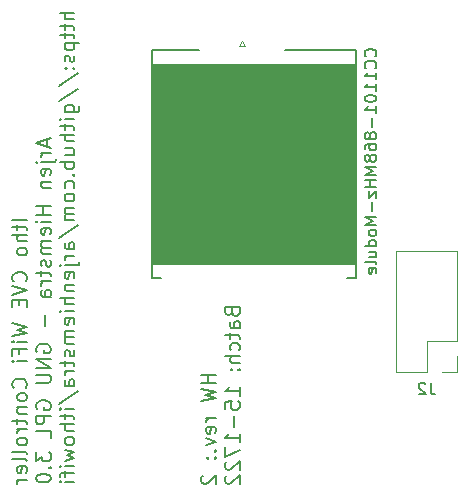
<source format=gbo>
G04 #@! TF.GenerationSoftware,KiCad,Pcbnew,(6.0.1-0)*
G04 #@! TF.CreationDate,2022-04-29T09:19:27+02:00*
G04 #@! TF.ProjectId,ithowifi_4l,6974686f-7769-4666-995f-346c2e6b6963,rev?*
G04 #@! TF.SameCoordinates,Original*
G04 #@! TF.FileFunction,Legend,Bot*
G04 #@! TF.FilePolarity,Positive*
%FSLAX46Y46*%
G04 Gerber Fmt 4.6, Leading zero omitted, Abs format (unit mm)*
G04 Created by KiCad (PCBNEW (6.0.1-0)) date 2022-04-29 09:19:27*
%MOMM*%
%LPD*%
G01*
G04 APERTURE LIST*
%ADD10C,0.100000*%
%ADD11C,0.200000*%
%ADD12C,0.150000*%
%ADD13C,0.120000*%
G04 APERTURE END LIST*
D10*
X114808000Y-129997200D02*
X97561400Y-129997200D01*
X97561400Y-129997200D02*
X97536000Y-113030000D01*
X97536000Y-113030000D02*
X114808000Y-113030000D01*
X114808000Y-113030000D02*
X114808000Y-129997200D01*
G36*
X114808000Y-129997200D02*
G01*
X97561400Y-129997200D01*
X97536000Y-113030000D01*
X114808000Y-113030000D01*
X114808000Y-129997200D01*
G37*
X114808000Y-129997200D02*
X97561400Y-129997200D01*
X97536000Y-113030000D01*
X114808000Y-113030000D01*
X114808000Y-129997200D01*
D11*
X86949606Y-126226666D02*
X85703606Y-126226666D01*
X86118940Y-126642000D02*
X86118940Y-127116666D01*
X85703606Y-126820000D02*
X86771606Y-126820000D01*
X86890273Y-126879333D01*
X86949606Y-126998000D01*
X86949606Y-127116666D01*
X86949606Y-127532000D02*
X85703606Y-127532000D01*
X86949606Y-128066000D02*
X86296940Y-128066000D01*
X86178273Y-128006666D01*
X86118940Y-127888000D01*
X86118940Y-127710000D01*
X86178273Y-127591333D01*
X86237606Y-127532000D01*
X86949606Y-128837333D02*
X86890273Y-128718666D01*
X86830940Y-128659333D01*
X86712273Y-128600000D01*
X86356273Y-128600000D01*
X86237606Y-128659333D01*
X86178273Y-128718666D01*
X86118940Y-128837333D01*
X86118940Y-129015333D01*
X86178273Y-129134000D01*
X86237606Y-129193333D01*
X86356273Y-129252666D01*
X86712273Y-129252666D01*
X86830940Y-129193333D01*
X86890273Y-129134000D01*
X86949606Y-129015333D01*
X86949606Y-128837333D01*
X86830940Y-131448000D02*
X86890273Y-131388666D01*
X86949606Y-131210666D01*
X86949606Y-131092000D01*
X86890273Y-130914000D01*
X86771606Y-130795333D01*
X86652940Y-130736000D01*
X86415606Y-130676666D01*
X86237606Y-130676666D01*
X86000273Y-130736000D01*
X85881606Y-130795333D01*
X85762940Y-130914000D01*
X85703606Y-131092000D01*
X85703606Y-131210666D01*
X85762940Y-131388666D01*
X85822273Y-131448000D01*
X85703606Y-131804000D02*
X86949606Y-132219333D01*
X85703606Y-132634666D01*
X86296940Y-133049999D02*
X86296940Y-133465333D01*
X86949606Y-133643333D02*
X86949606Y-133049999D01*
X85703606Y-133049999D01*
X85703606Y-133643333D01*
X85703606Y-135008000D02*
X86949606Y-135304666D01*
X86059606Y-135542000D01*
X86949606Y-135779333D01*
X85703606Y-136076000D01*
X86949606Y-136550666D02*
X86118940Y-136550666D01*
X85703606Y-136550666D02*
X85762940Y-136491333D01*
X85822273Y-136550666D01*
X85762940Y-136610000D01*
X85703606Y-136550666D01*
X85822273Y-136550666D01*
X86296940Y-137559333D02*
X86296940Y-137144000D01*
X86949606Y-137144000D02*
X85703606Y-137144000D01*
X85703606Y-137737333D01*
X86949606Y-138212000D02*
X86118940Y-138212000D01*
X85703606Y-138212000D02*
X85762940Y-138152666D01*
X85822273Y-138212000D01*
X85762940Y-138271333D01*
X85703606Y-138212000D01*
X85822273Y-138212000D01*
X86830940Y-140466666D02*
X86890273Y-140407333D01*
X86949606Y-140229333D01*
X86949606Y-140110666D01*
X86890273Y-139932666D01*
X86771606Y-139814000D01*
X86652940Y-139754666D01*
X86415606Y-139695333D01*
X86237606Y-139695333D01*
X86000273Y-139754666D01*
X85881606Y-139814000D01*
X85762940Y-139932666D01*
X85703606Y-140110666D01*
X85703606Y-140229333D01*
X85762940Y-140407333D01*
X85822273Y-140466666D01*
X86949606Y-141178666D02*
X86890273Y-141060000D01*
X86830940Y-141000666D01*
X86712273Y-140941333D01*
X86356273Y-140941333D01*
X86237606Y-141000666D01*
X86178273Y-141060000D01*
X86118940Y-141178666D01*
X86118940Y-141356666D01*
X86178273Y-141475333D01*
X86237606Y-141534666D01*
X86356273Y-141594000D01*
X86712273Y-141594000D01*
X86830940Y-141534666D01*
X86890273Y-141475333D01*
X86949606Y-141356666D01*
X86949606Y-141178666D01*
X86118940Y-142128000D02*
X86949606Y-142128000D01*
X86237606Y-142128000D02*
X86178273Y-142187333D01*
X86118940Y-142306000D01*
X86118940Y-142484000D01*
X86178273Y-142602666D01*
X86296940Y-142662000D01*
X86949606Y-142662000D01*
X86118940Y-143077333D02*
X86118940Y-143552000D01*
X85703606Y-143255333D02*
X86771606Y-143255333D01*
X86890273Y-143314666D01*
X86949606Y-143433333D01*
X86949606Y-143552000D01*
X86949606Y-143967333D02*
X86118940Y-143967333D01*
X86356273Y-143967333D02*
X86237606Y-144026666D01*
X86178273Y-144086000D01*
X86118940Y-144204666D01*
X86118940Y-144323333D01*
X86949606Y-144916666D02*
X86890273Y-144798000D01*
X86830940Y-144738666D01*
X86712273Y-144679333D01*
X86356273Y-144679333D01*
X86237606Y-144738666D01*
X86178273Y-144798000D01*
X86118940Y-144916666D01*
X86118940Y-145094666D01*
X86178273Y-145213333D01*
X86237606Y-145272666D01*
X86356273Y-145332000D01*
X86712273Y-145332000D01*
X86830940Y-145272666D01*
X86890273Y-145213333D01*
X86949606Y-145094666D01*
X86949606Y-144916666D01*
X86949606Y-146044000D02*
X86890273Y-145925333D01*
X86771606Y-145866000D01*
X85703606Y-145866000D01*
X86949606Y-146696666D02*
X86890273Y-146578000D01*
X86771606Y-146518666D01*
X85703606Y-146518666D01*
X86890273Y-147646000D02*
X86949606Y-147527333D01*
X86949606Y-147290000D01*
X86890273Y-147171333D01*
X86771606Y-147112000D01*
X86296940Y-147112000D01*
X86178273Y-147171333D01*
X86118940Y-147290000D01*
X86118940Y-147527333D01*
X86178273Y-147646000D01*
X86296940Y-147705333D01*
X86415606Y-147705333D01*
X86534273Y-147112000D01*
X86949606Y-148239333D02*
X86118940Y-148239333D01*
X86356273Y-148239333D02*
X86237606Y-148298666D01*
X86178273Y-148358000D01*
X86118940Y-148476666D01*
X86118940Y-148595333D01*
X88599666Y-119462666D02*
X88599666Y-120056000D01*
X88955666Y-119344000D02*
X87709666Y-119759333D01*
X88955666Y-120174666D01*
X88955666Y-120590000D02*
X88125000Y-120590000D01*
X88362333Y-120590000D02*
X88243666Y-120649333D01*
X88184333Y-120708666D01*
X88125000Y-120827333D01*
X88125000Y-120946000D01*
X88125000Y-121361333D02*
X89193000Y-121361333D01*
X89311666Y-121302000D01*
X89371000Y-121183333D01*
X89371000Y-121124000D01*
X87709666Y-121361333D02*
X87769000Y-121302000D01*
X87828333Y-121361333D01*
X87769000Y-121420666D01*
X87709666Y-121361333D01*
X87828333Y-121361333D01*
X88896333Y-122429333D02*
X88955666Y-122310666D01*
X88955666Y-122073333D01*
X88896333Y-121954666D01*
X88777666Y-121895333D01*
X88303000Y-121895333D01*
X88184333Y-121954666D01*
X88125000Y-122073333D01*
X88125000Y-122310666D01*
X88184333Y-122429333D01*
X88303000Y-122488666D01*
X88421666Y-122488666D01*
X88540333Y-121895333D01*
X88125000Y-123022666D02*
X88955666Y-123022666D01*
X88243666Y-123022666D02*
X88184333Y-123082000D01*
X88125000Y-123200666D01*
X88125000Y-123378666D01*
X88184333Y-123497333D01*
X88303000Y-123556666D01*
X88955666Y-123556666D01*
X88955666Y-125099333D02*
X87709666Y-125099333D01*
X88303000Y-125099333D02*
X88303000Y-125811333D01*
X88955666Y-125811333D02*
X87709666Y-125811333D01*
X88955666Y-126404666D02*
X88125000Y-126404666D01*
X87709666Y-126404666D02*
X87769000Y-126345333D01*
X87828333Y-126404666D01*
X87769000Y-126464000D01*
X87709666Y-126404666D01*
X87828333Y-126404666D01*
X88896333Y-127472666D02*
X88955666Y-127354000D01*
X88955666Y-127116666D01*
X88896333Y-126998000D01*
X88777666Y-126938666D01*
X88303000Y-126938666D01*
X88184333Y-126998000D01*
X88125000Y-127116666D01*
X88125000Y-127354000D01*
X88184333Y-127472666D01*
X88303000Y-127532000D01*
X88421666Y-127532000D01*
X88540333Y-126938666D01*
X88955666Y-128066000D02*
X88125000Y-128066000D01*
X88243666Y-128066000D02*
X88184333Y-128125333D01*
X88125000Y-128244000D01*
X88125000Y-128422000D01*
X88184333Y-128540666D01*
X88303000Y-128600000D01*
X88955666Y-128600000D01*
X88303000Y-128600000D02*
X88184333Y-128659333D01*
X88125000Y-128778000D01*
X88125000Y-128956000D01*
X88184333Y-129074666D01*
X88303000Y-129134000D01*
X88955666Y-129134000D01*
X88896333Y-129667999D02*
X88955666Y-129786666D01*
X88955666Y-130023999D01*
X88896333Y-130142666D01*
X88777666Y-130201999D01*
X88718333Y-130201999D01*
X88599666Y-130142666D01*
X88540333Y-130023999D01*
X88540333Y-129845999D01*
X88481000Y-129727333D01*
X88362333Y-129667999D01*
X88303000Y-129667999D01*
X88184333Y-129727333D01*
X88125000Y-129845999D01*
X88125000Y-130023999D01*
X88184333Y-130142666D01*
X88125000Y-130558000D02*
X88125000Y-131032666D01*
X87709666Y-130736000D02*
X88777666Y-130736000D01*
X88896333Y-130795333D01*
X88955666Y-130914000D01*
X88955666Y-131032666D01*
X88955666Y-131448000D02*
X88125000Y-131448000D01*
X88362333Y-131448000D02*
X88243666Y-131507333D01*
X88184333Y-131566666D01*
X88125000Y-131685333D01*
X88125000Y-131804000D01*
X88955666Y-132753333D02*
X88303000Y-132753333D01*
X88184333Y-132693999D01*
X88125000Y-132575333D01*
X88125000Y-132337999D01*
X88184333Y-132219333D01*
X88896333Y-132753333D02*
X88955666Y-132634666D01*
X88955666Y-132337999D01*
X88896333Y-132219333D01*
X88777666Y-132159999D01*
X88659000Y-132159999D01*
X88540333Y-132219333D01*
X88481000Y-132337999D01*
X88481000Y-132634666D01*
X88421666Y-132753333D01*
X88481000Y-134296000D02*
X88481000Y-135245333D01*
X87769000Y-137440666D02*
X87709666Y-137322000D01*
X87709666Y-137144000D01*
X87769000Y-136966000D01*
X87887666Y-136847333D01*
X88006333Y-136788000D01*
X88243666Y-136728666D01*
X88421666Y-136728666D01*
X88659000Y-136788000D01*
X88777666Y-136847333D01*
X88896333Y-136966000D01*
X88955666Y-137144000D01*
X88955666Y-137262666D01*
X88896333Y-137440666D01*
X88837000Y-137500000D01*
X88421666Y-137500000D01*
X88421666Y-137262666D01*
X88955666Y-138034000D02*
X87709666Y-138034000D01*
X88955666Y-138746000D01*
X87709666Y-138746000D01*
X87709666Y-139339333D02*
X88718333Y-139339333D01*
X88837000Y-139398666D01*
X88896333Y-139458000D01*
X88955666Y-139576666D01*
X88955666Y-139814000D01*
X88896333Y-139932666D01*
X88837000Y-139992000D01*
X88718333Y-140051333D01*
X87709666Y-140051333D01*
X87769000Y-142246666D02*
X87709666Y-142128000D01*
X87709666Y-141950000D01*
X87769000Y-141772000D01*
X87887666Y-141653333D01*
X88006333Y-141594000D01*
X88243666Y-141534666D01*
X88421666Y-141534666D01*
X88659000Y-141594000D01*
X88777666Y-141653333D01*
X88896333Y-141772000D01*
X88955666Y-141950000D01*
X88955666Y-142068666D01*
X88896333Y-142246666D01*
X88837000Y-142306000D01*
X88421666Y-142306000D01*
X88421666Y-142068666D01*
X88955666Y-142840000D02*
X87709666Y-142840000D01*
X87709666Y-143314666D01*
X87769000Y-143433333D01*
X87828333Y-143492666D01*
X87947000Y-143552000D01*
X88125000Y-143552000D01*
X88243666Y-143492666D01*
X88303000Y-143433333D01*
X88362333Y-143314666D01*
X88362333Y-142840000D01*
X88955666Y-144679333D02*
X88955666Y-144086000D01*
X87709666Y-144086000D01*
X87709666Y-145925333D02*
X87709666Y-146696666D01*
X88184333Y-146281333D01*
X88184333Y-146459333D01*
X88243666Y-146578000D01*
X88303000Y-146637333D01*
X88421666Y-146696666D01*
X88718333Y-146696666D01*
X88837000Y-146637333D01*
X88896333Y-146578000D01*
X88955666Y-146459333D01*
X88955666Y-146103333D01*
X88896333Y-145984666D01*
X88837000Y-145925333D01*
X88837000Y-147230666D02*
X88896333Y-147290000D01*
X88955666Y-147230666D01*
X88896333Y-147171333D01*
X88837000Y-147230666D01*
X88955666Y-147230666D01*
X87709666Y-148061333D02*
X87709666Y-148180000D01*
X87769000Y-148298666D01*
X87828333Y-148357999D01*
X87947000Y-148417333D01*
X88184333Y-148476666D01*
X88481000Y-148476666D01*
X88718333Y-148417333D01*
X88837000Y-148358000D01*
X88896333Y-148298666D01*
X88955666Y-148180000D01*
X88955666Y-148061333D01*
X88896333Y-147942666D01*
X88837000Y-147883333D01*
X88718333Y-147824000D01*
X88481000Y-147764666D01*
X88184333Y-147764666D01*
X87947000Y-147824000D01*
X87828333Y-147883333D01*
X87769000Y-147942666D01*
X87709666Y-148061333D01*
X90961726Y-108723333D02*
X89715726Y-108723333D01*
X90961726Y-109257333D02*
X90309060Y-109257333D01*
X90190393Y-109198000D01*
X90131060Y-109079333D01*
X90131060Y-108901333D01*
X90190393Y-108782666D01*
X90249726Y-108723333D01*
X90131060Y-109672666D02*
X90131060Y-110147333D01*
X89715726Y-109850666D02*
X90783726Y-109850666D01*
X90902393Y-109910000D01*
X90961726Y-110028666D01*
X90961726Y-110147333D01*
X90131060Y-110384666D02*
X90131060Y-110859333D01*
X89715726Y-110562666D02*
X90783726Y-110562666D01*
X90902393Y-110622000D01*
X90961726Y-110740666D01*
X90961726Y-110859333D01*
X90131060Y-111274666D02*
X91377060Y-111274666D01*
X90190393Y-111274666D02*
X90131060Y-111393333D01*
X90131060Y-111630666D01*
X90190393Y-111749333D01*
X90249726Y-111808666D01*
X90368393Y-111868000D01*
X90724393Y-111868000D01*
X90843060Y-111808666D01*
X90902393Y-111749333D01*
X90961726Y-111630666D01*
X90961726Y-111393333D01*
X90902393Y-111274666D01*
X90902393Y-112342666D02*
X90961726Y-112461333D01*
X90961726Y-112698666D01*
X90902393Y-112817333D01*
X90783726Y-112876666D01*
X90724393Y-112876666D01*
X90605726Y-112817333D01*
X90546393Y-112698666D01*
X90546393Y-112520666D01*
X90487060Y-112402000D01*
X90368393Y-112342666D01*
X90309060Y-112342666D01*
X90190393Y-112402000D01*
X90131060Y-112520666D01*
X90131060Y-112698666D01*
X90190393Y-112817333D01*
X90843060Y-113410666D02*
X90902393Y-113470000D01*
X90961726Y-113410666D01*
X90902393Y-113351333D01*
X90843060Y-113410666D01*
X90961726Y-113410666D01*
X90190393Y-113410666D02*
X90249726Y-113470000D01*
X90309060Y-113410666D01*
X90249726Y-113351333D01*
X90190393Y-113410666D01*
X90309060Y-113410666D01*
X89656393Y-114894000D02*
X91258393Y-113826000D01*
X89656393Y-116199333D02*
X91258393Y-115131333D01*
X90131060Y-117148666D02*
X91139726Y-117148666D01*
X91258393Y-117089333D01*
X91317726Y-117030000D01*
X91377060Y-116911333D01*
X91377060Y-116733333D01*
X91317726Y-116614666D01*
X90902393Y-117148666D02*
X90961726Y-117030000D01*
X90961726Y-116792666D01*
X90902393Y-116674000D01*
X90843060Y-116614666D01*
X90724393Y-116555333D01*
X90368393Y-116555333D01*
X90249726Y-116614666D01*
X90190393Y-116674000D01*
X90131060Y-116792666D01*
X90131060Y-117030000D01*
X90190393Y-117148666D01*
X90961726Y-117742000D02*
X90131060Y-117742000D01*
X89715726Y-117742000D02*
X89775060Y-117682666D01*
X89834393Y-117742000D01*
X89775060Y-117801333D01*
X89715726Y-117742000D01*
X89834393Y-117742000D01*
X90131060Y-118157333D02*
X90131060Y-118632000D01*
X89715726Y-118335333D02*
X90783726Y-118335333D01*
X90902393Y-118394666D01*
X90961726Y-118513333D01*
X90961726Y-118632000D01*
X90961726Y-119047333D02*
X89715726Y-119047333D01*
X90961726Y-119581333D02*
X90309060Y-119581333D01*
X90190393Y-119522000D01*
X90131060Y-119403333D01*
X90131060Y-119225333D01*
X90190393Y-119106666D01*
X90249726Y-119047333D01*
X90131060Y-120708666D02*
X90961726Y-120708666D01*
X90131060Y-120174666D02*
X90783726Y-120174666D01*
X90902393Y-120234000D01*
X90961726Y-120352666D01*
X90961726Y-120530666D01*
X90902393Y-120649333D01*
X90843060Y-120708666D01*
X90961726Y-121302000D02*
X89715726Y-121302000D01*
X90190393Y-121302000D02*
X90131060Y-121420666D01*
X90131060Y-121658000D01*
X90190393Y-121776666D01*
X90249726Y-121836000D01*
X90368393Y-121895333D01*
X90724393Y-121895333D01*
X90843060Y-121836000D01*
X90902393Y-121776666D01*
X90961726Y-121658000D01*
X90961726Y-121420666D01*
X90902393Y-121302000D01*
X90843060Y-122429333D02*
X90902393Y-122488666D01*
X90961726Y-122429333D01*
X90902393Y-122370000D01*
X90843060Y-122429333D01*
X90961726Y-122429333D01*
X90902393Y-123556666D02*
X90961726Y-123438000D01*
X90961726Y-123200666D01*
X90902393Y-123082000D01*
X90843060Y-123022666D01*
X90724393Y-122963333D01*
X90368393Y-122963333D01*
X90249726Y-123022666D01*
X90190393Y-123082000D01*
X90131060Y-123200666D01*
X90131060Y-123438000D01*
X90190393Y-123556666D01*
X90961726Y-124268666D02*
X90902393Y-124150000D01*
X90843060Y-124090666D01*
X90724393Y-124031333D01*
X90368393Y-124031333D01*
X90249726Y-124090666D01*
X90190393Y-124150000D01*
X90131060Y-124268666D01*
X90131060Y-124446666D01*
X90190393Y-124565333D01*
X90249726Y-124624666D01*
X90368393Y-124684000D01*
X90724393Y-124684000D01*
X90843060Y-124624666D01*
X90902393Y-124565333D01*
X90961726Y-124446666D01*
X90961726Y-124268666D01*
X90961726Y-125218000D02*
X90131060Y-125218000D01*
X90249726Y-125218000D02*
X90190393Y-125277333D01*
X90131060Y-125396000D01*
X90131060Y-125574000D01*
X90190393Y-125692666D01*
X90309060Y-125752000D01*
X90961726Y-125752000D01*
X90309060Y-125752000D02*
X90190393Y-125811333D01*
X90131060Y-125930000D01*
X90131060Y-126108000D01*
X90190393Y-126226666D01*
X90309060Y-126286000D01*
X90961726Y-126286000D01*
X89656393Y-127769333D02*
X91258393Y-126701333D01*
X90961726Y-128718666D02*
X90309060Y-128718666D01*
X90190393Y-128659333D01*
X90131060Y-128540666D01*
X90131060Y-128303333D01*
X90190393Y-128184666D01*
X90902393Y-128718666D02*
X90961726Y-128600000D01*
X90961726Y-128303333D01*
X90902393Y-128184666D01*
X90783726Y-128125333D01*
X90665060Y-128125333D01*
X90546393Y-128184666D01*
X90487060Y-128303333D01*
X90487060Y-128600000D01*
X90427726Y-128718666D01*
X90961726Y-129312000D02*
X90131060Y-129312000D01*
X90368393Y-129312000D02*
X90249726Y-129371333D01*
X90190393Y-129430666D01*
X90131060Y-129549333D01*
X90131060Y-129668000D01*
X90131060Y-130083333D02*
X91199060Y-130083333D01*
X91317726Y-130023999D01*
X91377060Y-129905333D01*
X91377060Y-129845999D01*
X89715726Y-130083333D02*
X89775060Y-130023999D01*
X89834393Y-130083333D01*
X89775060Y-130142666D01*
X89715726Y-130083333D01*
X89834393Y-130083333D01*
X90902393Y-131151333D02*
X90961726Y-131032666D01*
X90961726Y-130795333D01*
X90902393Y-130676666D01*
X90783726Y-130617333D01*
X90309060Y-130617333D01*
X90190393Y-130676666D01*
X90131060Y-130795333D01*
X90131060Y-131032666D01*
X90190393Y-131151333D01*
X90309060Y-131210666D01*
X90427726Y-131210666D01*
X90546393Y-130617333D01*
X90131060Y-131744666D02*
X90961726Y-131744666D01*
X90249726Y-131744666D02*
X90190393Y-131803999D01*
X90131060Y-131922666D01*
X90131060Y-132100666D01*
X90190393Y-132219333D01*
X90309060Y-132278666D01*
X90961726Y-132278666D01*
X90961726Y-132871999D02*
X89715726Y-132871999D01*
X90961726Y-133405999D02*
X90309060Y-133405999D01*
X90190393Y-133346666D01*
X90131060Y-133227999D01*
X90131060Y-133049999D01*
X90190393Y-132931333D01*
X90249726Y-132871999D01*
X90961726Y-133999333D02*
X90131060Y-133999333D01*
X89715726Y-133999333D02*
X89775060Y-133939999D01*
X89834393Y-133999333D01*
X89775060Y-134058666D01*
X89715726Y-133999333D01*
X89834393Y-133999333D01*
X90902393Y-135067333D02*
X90961726Y-134948666D01*
X90961726Y-134711333D01*
X90902393Y-134592666D01*
X90783726Y-134533333D01*
X90309060Y-134533333D01*
X90190393Y-134592666D01*
X90131060Y-134711333D01*
X90131060Y-134948666D01*
X90190393Y-135067333D01*
X90309060Y-135126666D01*
X90427726Y-135126666D01*
X90546393Y-134533333D01*
X90961726Y-135660666D02*
X90131060Y-135660666D01*
X90249726Y-135660666D02*
X90190393Y-135720000D01*
X90131060Y-135838666D01*
X90131060Y-136016666D01*
X90190393Y-136135333D01*
X90309060Y-136194666D01*
X90961726Y-136194666D01*
X90309060Y-136194666D02*
X90190393Y-136254000D01*
X90131060Y-136372666D01*
X90131060Y-136550666D01*
X90190393Y-136669333D01*
X90309060Y-136728666D01*
X90961726Y-136728666D01*
X90902393Y-137262666D02*
X90961726Y-137381333D01*
X90961726Y-137618666D01*
X90902393Y-137737333D01*
X90783726Y-137796666D01*
X90724393Y-137796666D01*
X90605726Y-137737333D01*
X90546393Y-137618666D01*
X90546393Y-137440666D01*
X90487060Y-137322000D01*
X90368393Y-137262666D01*
X90309060Y-137262666D01*
X90190393Y-137322000D01*
X90131060Y-137440666D01*
X90131060Y-137618666D01*
X90190393Y-137737333D01*
X90131060Y-138152666D02*
X90131060Y-138627333D01*
X89715726Y-138330666D02*
X90783726Y-138330666D01*
X90902393Y-138390000D01*
X90961726Y-138508666D01*
X90961726Y-138627333D01*
X90961726Y-139042666D02*
X90131060Y-139042666D01*
X90368393Y-139042666D02*
X90249726Y-139102000D01*
X90190393Y-139161333D01*
X90131060Y-139280000D01*
X90131060Y-139398666D01*
X90961726Y-140348000D02*
X90309060Y-140348000D01*
X90190393Y-140288666D01*
X90131060Y-140170000D01*
X90131060Y-139932666D01*
X90190393Y-139814000D01*
X90902393Y-140348000D02*
X90961726Y-140229333D01*
X90961726Y-139932666D01*
X90902393Y-139814000D01*
X90783726Y-139754666D01*
X90665060Y-139754666D01*
X90546393Y-139814000D01*
X90487060Y-139932666D01*
X90487060Y-140229333D01*
X90427726Y-140348000D01*
X89656393Y-141831333D02*
X91258393Y-140763333D01*
X90961726Y-142246666D02*
X90131060Y-142246666D01*
X89715726Y-142246666D02*
X89775060Y-142187333D01*
X89834393Y-142246666D01*
X89775060Y-142306000D01*
X89715726Y-142246666D01*
X89834393Y-142246666D01*
X90131060Y-142662000D02*
X90131060Y-143136666D01*
X89715726Y-142840000D02*
X90783726Y-142840000D01*
X90902393Y-142899333D01*
X90961726Y-143018000D01*
X90961726Y-143136666D01*
X90961726Y-143552000D02*
X89715726Y-143552000D01*
X90961726Y-144086000D02*
X90309060Y-144086000D01*
X90190393Y-144026666D01*
X90131060Y-143908000D01*
X90131060Y-143730000D01*
X90190393Y-143611333D01*
X90249726Y-143552000D01*
X90961726Y-144857333D02*
X90902393Y-144738666D01*
X90843060Y-144679333D01*
X90724393Y-144620000D01*
X90368393Y-144620000D01*
X90249726Y-144679333D01*
X90190393Y-144738666D01*
X90131060Y-144857333D01*
X90131060Y-145035333D01*
X90190393Y-145154000D01*
X90249726Y-145213333D01*
X90368393Y-145272666D01*
X90724393Y-145272666D01*
X90843060Y-145213333D01*
X90902393Y-145154000D01*
X90961726Y-145035333D01*
X90961726Y-144857333D01*
X90131060Y-145688000D02*
X90961726Y-145925333D01*
X90368393Y-146162666D01*
X90961726Y-146400000D01*
X90131060Y-146637333D01*
X90961726Y-147112000D02*
X90131060Y-147112000D01*
X89715726Y-147112000D02*
X89775060Y-147052666D01*
X89834393Y-147112000D01*
X89775060Y-147171333D01*
X89715726Y-147112000D01*
X89834393Y-147112000D01*
X90131060Y-147527333D02*
X90131060Y-148002000D01*
X90961726Y-147705333D02*
X89893726Y-147705333D01*
X89775060Y-147764666D01*
X89715726Y-147883333D01*
X89715726Y-148002000D01*
X90961726Y-148417333D02*
X90131060Y-148417333D01*
X89715726Y-148417333D02*
X89775060Y-148357999D01*
X89834393Y-148417333D01*
X89775060Y-148476666D01*
X89715726Y-148417333D01*
X89834393Y-148417333D01*
X102938636Y-139347666D02*
X101692636Y-139347666D01*
X102285970Y-139347666D02*
X102285970Y-140059666D01*
X102938636Y-140059666D02*
X101692636Y-140059666D01*
X101692636Y-140534333D02*
X102938636Y-140831000D01*
X102048636Y-141068333D01*
X102938636Y-141305666D01*
X101692636Y-141602333D01*
X102938636Y-143026333D02*
X102107970Y-143026333D01*
X102345303Y-143026333D02*
X102226636Y-143085666D01*
X102167303Y-143145000D01*
X102107970Y-143263666D01*
X102107970Y-143382333D01*
X102879303Y-144272333D02*
X102938636Y-144153666D01*
X102938636Y-143916333D01*
X102879303Y-143797666D01*
X102760636Y-143738333D01*
X102285970Y-143738333D01*
X102167303Y-143797666D01*
X102107970Y-143916333D01*
X102107970Y-144153666D01*
X102167303Y-144272333D01*
X102285970Y-144331666D01*
X102404636Y-144331666D01*
X102523303Y-143738333D01*
X102107970Y-144747000D02*
X102938636Y-145043666D01*
X102107970Y-145340333D01*
X102819970Y-145815000D02*
X102879303Y-145874333D01*
X102938636Y-145815000D01*
X102879303Y-145755666D01*
X102819970Y-145815000D01*
X102938636Y-145815000D01*
X102819970Y-146408333D02*
X102879303Y-146467666D01*
X102938636Y-146408333D01*
X102879303Y-146349000D01*
X102819970Y-146408333D01*
X102938636Y-146408333D01*
X102167303Y-146408333D02*
X102226636Y-146467666D01*
X102285970Y-146408333D01*
X102226636Y-146349000D01*
X102167303Y-146408333D01*
X102285970Y-146408333D01*
X101811303Y-147891666D02*
X101751970Y-147951000D01*
X101692636Y-148069666D01*
X101692636Y-148366333D01*
X101751970Y-148485000D01*
X101811303Y-148544333D01*
X101929970Y-148603666D01*
X102048636Y-148603666D01*
X102226636Y-148544333D01*
X102938636Y-147832333D01*
X102938636Y-148603666D01*
X104292030Y-134067000D02*
X104351363Y-134245000D01*
X104410696Y-134304333D01*
X104529363Y-134363666D01*
X104707363Y-134363666D01*
X104826030Y-134304333D01*
X104885363Y-134245000D01*
X104944696Y-134126333D01*
X104944696Y-133651666D01*
X103698696Y-133651666D01*
X103698696Y-134067000D01*
X103758030Y-134185666D01*
X103817363Y-134245000D01*
X103936030Y-134304333D01*
X104054696Y-134304333D01*
X104173363Y-134245000D01*
X104232696Y-134185666D01*
X104292030Y-134067000D01*
X104292030Y-133651666D01*
X104944696Y-135431666D02*
X104292030Y-135431666D01*
X104173363Y-135372333D01*
X104114030Y-135253666D01*
X104114030Y-135016333D01*
X104173363Y-134897666D01*
X104885363Y-135431666D02*
X104944696Y-135313000D01*
X104944696Y-135016333D01*
X104885363Y-134897666D01*
X104766696Y-134838333D01*
X104648030Y-134838333D01*
X104529363Y-134897666D01*
X104470030Y-135016333D01*
X104470030Y-135313000D01*
X104410696Y-135431666D01*
X104114030Y-135847000D02*
X104114030Y-136321666D01*
X103698696Y-136025000D02*
X104766696Y-136025000D01*
X104885363Y-136084333D01*
X104944696Y-136203000D01*
X104944696Y-136321666D01*
X104885363Y-137271000D02*
X104944696Y-137152333D01*
X104944696Y-136915000D01*
X104885363Y-136796333D01*
X104826030Y-136737000D01*
X104707363Y-136677666D01*
X104351363Y-136677666D01*
X104232696Y-136737000D01*
X104173363Y-136796333D01*
X104114030Y-136915000D01*
X104114030Y-137152333D01*
X104173363Y-137271000D01*
X104944696Y-137805000D02*
X103698696Y-137805000D01*
X104944696Y-138339000D02*
X104292030Y-138339000D01*
X104173363Y-138279666D01*
X104114030Y-138161000D01*
X104114030Y-137983000D01*
X104173363Y-137864333D01*
X104232696Y-137805000D01*
X104826030Y-138932333D02*
X104885363Y-138991666D01*
X104944696Y-138932333D01*
X104885363Y-138873000D01*
X104826030Y-138932333D01*
X104944696Y-138932333D01*
X104173363Y-138932333D02*
X104232696Y-138991666D01*
X104292030Y-138932333D01*
X104232696Y-138873000D01*
X104173363Y-138932333D01*
X104292030Y-138932333D01*
X104944696Y-141127666D02*
X104944696Y-140415666D01*
X104944696Y-140771666D02*
X103698696Y-140771666D01*
X103876696Y-140653000D01*
X103995363Y-140534333D01*
X104054696Y-140415666D01*
X103698696Y-142255000D02*
X103698696Y-141661666D01*
X104292030Y-141602333D01*
X104232696Y-141661666D01*
X104173363Y-141780333D01*
X104173363Y-142077000D01*
X104232696Y-142195666D01*
X104292030Y-142255000D01*
X104410696Y-142314333D01*
X104707363Y-142314333D01*
X104826030Y-142255000D01*
X104885363Y-142195666D01*
X104944696Y-142077000D01*
X104944696Y-141780333D01*
X104885363Y-141661666D01*
X104826030Y-141602333D01*
X104470030Y-142848333D02*
X104470030Y-143797666D01*
X104944696Y-145043666D02*
X104944696Y-144331666D01*
X104944696Y-144687666D02*
X103698696Y-144687666D01*
X103876696Y-144569000D01*
X103995363Y-144450333D01*
X104054696Y-144331666D01*
X103698696Y-145459000D02*
X103698696Y-146289666D01*
X104944696Y-145755666D01*
X103817363Y-146705000D02*
X103758030Y-146764333D01*
X103698696Y-146883000D01*
X103698696Y-147179666D01*
X103758030Y-147298333D01*
X103817363Y-147357666D01*
X103936030Y-147417000D01*
X104054696Y-147417000D01*
X104232696Y-147357666D01*
X104944696Y-146645666D01*
X104944696Y-147417000D01*
X103817363Y-147891666D02*
X103758030Y-147951000D01*
X103698696Y-148069666D01*
X103698696Y-148366333D01*
X103758030Y-148485000D01*
X103817363Y-148544333D01*
X103936030Y-148603666D01*
X104054696Y-148603666D01*
X104232696Y-148544333D01*
X104944696Y-147832333D01*
X104944696Y-148603666D01*
D12*
X121110333Y-140017380D02*
X121110333Y-140731666D01*
X121157952Y-140874523D01*
X121253190Y-140969761D01*
X121396047Y-141017380D01*
X121491285Y-141017380D01*
X120681761Y-140112619D02*
X120634142Y-140065000D01*
X120538904Y-140017380D01*
X120300809Y-140017380D01*
X120205571Y-140065000D01*
X120157952Y-140112619D01*
X120110333Y-140207857D01*
X120110333Y-140303095D01*
X120157952Y-140445952D01*
X120729380Y-141017380D01*
X120110333Y-141017380D01*
X116435142Y-112404047D02*
X116482761Y-112356428D01*
X116530380Y-112213571D01*
X116530380Y-112118333D01*
X116482761Y-111975476D01*
X116387523Y-111880238D01*
X116292285Y-111832619D01*
X116101809Y-111785000D01*
X115958952Y-111785000D01*
X115768476Y-111832619D01*
X115673238Y-111880238D01*
X115578000Y-111975476D01*
X115530380Y-112118333D01*
X115530380Y-112213571D01*
X115578000Y-112356428D01*
X115625619Y-112404047D01*
X116435142Y-113404047D02*
X116482761Y-113356428D01*
X116530380Y-113213571D01*
X116530380Y-113118333D01*
X116482761Y-112975476D01*
X116387523Y-112880238D01*
X116292285Y-112832619D01*
X116101809Y-112785000D01*
X115958952Y-112785000D01*
X115768476Y-112832619D01*
X115673238Y-112880238D01*
X115578000Y-112975476D01*
X115530380Y-113118333D01*
X115530380Y-113213571D01*
X115578000Y-113356428D01*
X115625619Y-113404047D01*
X116530380Y-114356428D02*
X116530380Y-113785000D01*
X116530380Y-114070714D02*
X115530380Y-114070714D01*
X115673238Y-113975476D01*
X115768476Y-113880238D01*
X115816095Y-113785000D01*
X116530380Y-115308809D02*
X116530380Y-114737380D01*
X116530380Y-115023095D02*
X115530380Y-115023095D01*
X115673238Y-114927857D01*
X115768476Y-114832619D01*
X115816095Y-114737380D01*
X115530380Y-115927857D02*
X115530380Y-116023095D01*
X115578000Y-116118333D01*
X115625619Y-116165952D01*
X115720857Y-116213571D01*
X115911333Y-116261190D01*
X116149428Y-116261190D01*
X116339904Y-116213571D01*
X116435142Y-116165952D01*
X116482761Y-116118333D01*
X116530380Y-116023095D01*
X116530380Y-115927857D01*
X116482761Y-115832619D01*
X116435142Y-115785000D01*
X116339904Y-115737380D01*
X116149428Y-115689761D01*
X115911333Y-115689761D01*
X115720857Y-115737380D01*
X115625619Y-115785000D01*
X115578000Y-115832619D01*
X115530380Y-115927857D01*
X116530380Y-117213571D02*
X116530380Y-116642142D01*
X116530380Y-116927857D02*
X115530380Y-116927857D01*
X115673238Y-116832619D01*
X115768476Y-116737380D01*
X115816095Y-116642142D01*
X116149428Y-117642142D02*
X116149428Y-118404047D01*
X115958952Y-119023095D02*
X115911333Y-118927857D01*
X115863714Y-118880238D01*
X115768476Y-118832619D01*
X115720857Y-118832619D01*
X115625619Y-118880238D01*
X115578000Y-118927857D01*
X115530380Y-119023095D01*
X115530380Y-119213571D01*
X115578000Y-119308809D01*
X115625619Y-119356428D01*
X115720857Y-119404047D01*
X115768476Y-119404047D01*
X115863714Y-119356428D01*
X115911333Y-119308809D01*
X115958952Y-119213571D01*
X115958952Y-119023095D01*
X116006571Y-118927857D01*
X116054190Y-118880238D01*
X116149428Y-118832619D01*
X116339904Y-118832619D01*
X116435142Y-118880238D01*
X116482761Y-118927857D01*
X116530380Y-119023095D01*
X116530380Y-119213571D01*
X116482761Y-119308809D01*
X116435142Y-119356428D01*
X116339904Y-119404047D01*
X116149428Y-119404047D01*
X116054190Y-119356428D01*
X116006571Y-119308809D01*
X115958952Y-119213571D01*
X115530380Y-120261190D02*
X115530380Y-120070714D01*
X115578000Y-119975476D01*
X115625619Y-119927857D01*
X115768476Y-119832619D01*
X115958952Y-119785000D01*
X116339904Y-119785000D01*
X116435142Y-119832619D01*
X116482761Y-119880238D01*
X116530380Y-119975476D01*
X116530380Y-120165952D01*
X116482761Y-120261190D01*
X116435142Y-120308809D01*
X116339904Y-120356428D01*
X116101809Y-120356428D01*
X116006571Y-120308809D01*
X115958952Y-120261190D01*
X115911333Y-120165952D01*
X115911333Y-119975476D01*
X115958952Y-119880238D01*
X116006571Y-119832619D01*
X116101809Y-119785000D01*
X115958952Y-120927857D02*
X115911333Y-120832619D01*
X115863714Y-120785000D01*
X115768476Y-120737380D01*
X115720857Y-120737380D01*
X115625619Y-120785000D01*
X115578000Y-120832619D01*
X115530380Y-120927857D01*
X115530380Y-121118333D01*
X115578000Y-121213571D01*
X115625619Y-121261190D01*
X115720857Y-121308809D01*
X115768476Y-121308809D01*
X115863714Y-121261190D01*
X115911333Y-121213571D01*
X115958952Y-121118333D01*
X115958952Y-120927857D01*
X116006571Y-120832619D01*
X116054190Y-120785000D01*
X116149428Y-120737380D01*
X116339904Y-120737380D01*
X116435142Y-120785000D01*
X116482761Y-120832619D01*
X116530380Y-120927857D01*
X116530380Y-121118333D01*
X116482761Y-121213571D01*
X116435142Y-121261190D01*
X116339904Y-121308809D01*
X116149428Y-121308809D01*
X116054190Y-121261190D01*
X116006571Y-121213571D01*
X115958952Y-121118333D01*
X116530380Y-121737380D02*
X115530380Y-121737380D01*
X116244666Y-122070714D01*
X115530380Y-122404047D01*
X116530380Y-122404047D01*
X116530380Y-122880238D02*
X115530380Y-122880238D01*
X116006571Y-122880238D02*
X116006571Y-123451666D01*
X116530380Y-123451666D02*
X115530380Y-123451666D01*
X115863714Y-123832619D02*
X115863714Y-124356428D01*
X116530380Y-123832619D01*
X116530380Y-124356428D01*
X116149428Y-124737380D02*
X116149428Y-125499285D01*
X116530380Y-125975476D02*
X115530380Y-125975476D01*
X116244666Y-126308809D01*
X115530380Y-126642142D01*
X116530380Y-126642142D01*
X116530380Y-127261190D02*
X116482761Y-127165952D01*
X116435142Y-127118333D01*
X116339904Y-127070714D01*
X116054190Y-127070714D01*
X115958952Y-127118333D01*
X115911333Y-127165952D01*
X115863714Y-127261190D01*
X115863714Y-127404047D01*
X115911333Y-127499285D01*
X115958952Y-127546904D01*
X116054190Y-127594523D01*
X116339904Y-127594523D01*
X116435142Y-127546904D01*
X116482761Y-127499285D01*
X116530380Y-127404047D01*
X116530380Y-127261190D01*
X116530380Y-128451666D02*
X115530380Y-128451666D01*
X116482761Y-128451666D02*
X116530380Y-128356428D01*
X116530380Y-128165952D01*
X116482761Y-128070714D01*
X116435142Y-128023095D01*
X116339904Y-127975476D01*
X116054190Y-127975476D01*
X115958952Y-128023095D01*
X115911333Y-128070714D01*
X115863714Y-128165952D01*
X115863714Y-128356428D01*
X115911333Y-128451666D01*
X115863714Y-129356428D02*
X116530380Y-129356428D01*
X115863714Y-128927857D02*
X116387523Y-128927857D01*
X116482761Y-128975476D01*
X116530380Y-129070714D01*
X116530380Y-129213571D01*
X116482761Y-129308809D01*
X116435142Y-129356428D01*
X116530380Y-129975476D02*
X116482761Y-129880238D01*
X116387523Y-129832619D01*
X115530380Y-129832619D01*
X116482761Y-130737380D02*
X116530380Y-130642142D01*
X116530380Y-130451666D01*
X116482761Y-130356428D01*
X116387523Y-130308809D01*
X116006571Y-130308809D01*
X115911333Y-130356428D01*
X115863714Y-130451666D01*
X115863714Y-130642142D01*
X115911333Y-130737380D01*
X116006571Y-130785000D01*
X116101809Y-130785000D01*
X116197047Y-130308809D01*
D13*
X120777000Y-139125000D02*
X120777000Y-136525000D01*
X118177000Y-128845000D02*
X123377000Y-128845000D01*
X118177000Y-139125000D02*
X118177000Y-128845000D01*
X120777000Y-136525000D02*
X123377000Y-136525000D01*
X123377000Y-136525000D02*
X123377000Y-128845000D01*
X122047000Y-139125000D02*
X123377000Y-139125000D01*
X118177000Y-139125000D02*
X120777000Y-139125000D01*
X123377000Y-139125000D02*
X123377000Y-137795000D01*
X104931400Y-111558400D02*
X105181400Y-111058400D01*
X105181400Y-111058400D02*
X105431400Y-111558400D01*
X105431400Y-111558400D02*
X104931400Y-111558400D01*
D12*
X114822000Y-111889000D02*
X108797000Y-111889000D01*
X97522000Y-111889000D02*
X97522000Y-131189000D01*
X97522000Y-131189000D02*
X98272000Y-131189000D01*
X114822000Y-131189000D02*
X114822000Y-111889000D01*
X114072000Y-131189000D02*
X114822000Y-131189000D01*
X101547000Y-111889000D02*
X97522000Y-111889000D01*
M02*

</source>
